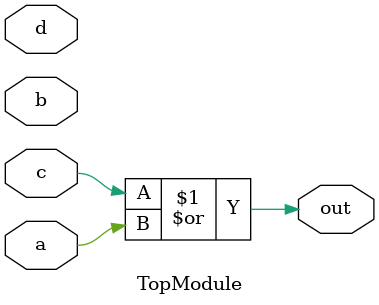
<source format=sv>

module TopModule (
    input wire  a,
    input wire  b,
    input wire  c,
    input wire  d, // 'd' is a don't-care input
    output wire out
);

// Logic implementation
assign out = c | a; // out is true if either c is true or a is true

endmodule
</source>
